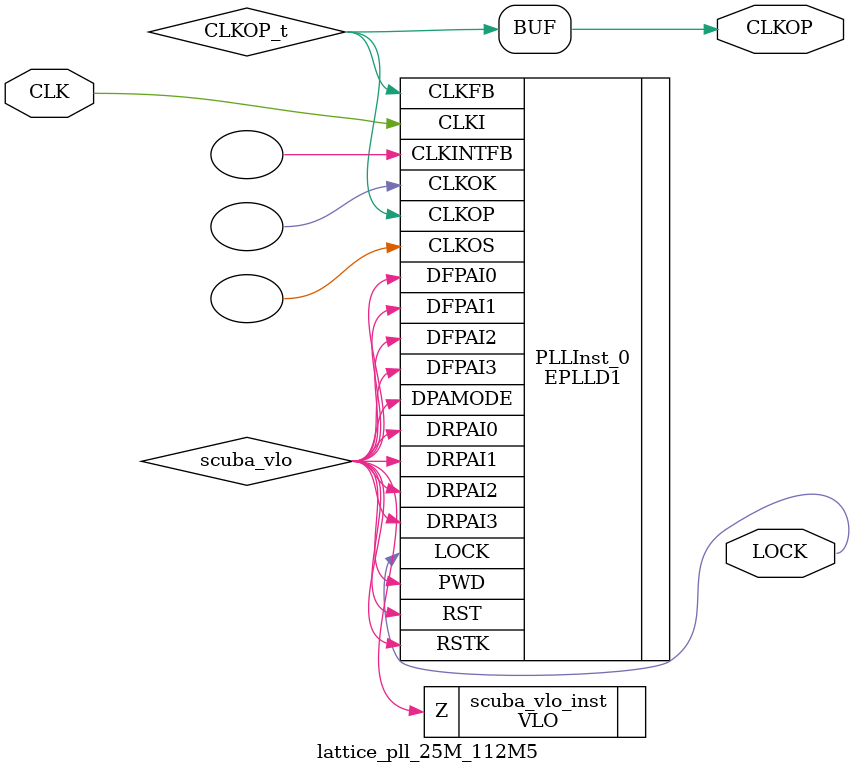
<source format=v>
/* Verilog netlist generated by SCUBA Diamond_3.1_Production (93) */
/* Module Version: 5.5 */
/* /usr/local/diamond/3.1_x64/ispfpga/bin/lin64/scuba -w -n clock112M5Hz -lang verilog -synth synplify -arch mg5a00 -type pll -fin 25 -phase_cntl STATIC -fclkop 112.5 -fclkop_tol 0.0 -fb_mode CLOCKTREE -noclkos -noclkok -norst -noclkok2  */
/* Mon Jul  7 22:12:53 2014 */


`timescale 1 ns / 1 ps
module lattice_pll_25M_112M5 (CLK, CLKOP, LOCK)/* synthesis syn_noprune=1 *//* synthesis NGD_DRC_MASK=1 */;// exemplar attribute clock112M5Hz dont_touch true 
    input wire CLK;
    output wire CLKOP;
    output wire LOCK;

    wire CLKOP_t;
    wire scuba_vlo;

    VLO scuba_vlo_inst (.Z(scuba_vlo));

    // synopsys translate_off
    defparam PLLInst_0.CLKOK_BYPASS = "DISABLED" ;
    defparam PLLInst_0.CLKOS_BYPASS = "DISABLED" ;
    defparam PLLInst_0.CLKOP_BYPASS = "DISABLED" ;
    defparam PLLInst_0.PHASE_CNTL = "STATIC" ;
    defparam PLLInst_0.DUTY = 8 ;
    defparam PLLInst_0.PHASEADJ = "0.0" ;
    defparam PLLInst_0.CLKOK_DIV = 2 ;
    defparam PLLInst_0.CLKOP_DIV = 4 ;
    defparam PLLInst_0.CLKFB_DIV = 9 ;
    defparam PLLInst_0.CLKI_DIV = 2 ;
    // synopsys translate_on
    EPLLD1 PLLInst_0 (.CLKI(CLK), .CLKFB(CLKOP_t), .RST(scuba_vlo), .RSTK(scuba_vlo), 
        .DPAMODE(scuba_vlo), .DRPAI3(scuba_vlo), .DRPAI2(scuba_vlo), .DRPAI1(scuba_vlo), 
        .DRPAI0(scuba_vlo), .DFPAI3(scuba_vlo), .DFPAI2(scuba_vlo), .DFPAI1(scuba_vlo), 
        .DFPAI0(scuba_vlo), .PWD(scuba_vlo), .CLKOP(CLKOP_t), .CLKOS(), 
        .CLKOK(), .LOCK(LOCK), .CLKINTFB())
             /* synthesis CLKOK_BYPASS="DISABLED" */
             /* synthesis CLKOS_BYPASS="DISABLED" */
             /* synthesis FREQUENCY_PIN_CLKOP="112.500000" */
             /* synthesis CLKOP_BYPASS="DISABLED" */
             /* synthesis PHASE_CNTL="STATIC" */
             /* synthesis DUTY="8" */
             /* synthesis PHASEADJ="0.0" */
             /* synthesis FREQUENCY_PIN_CLKI="25.000000" */
             /* synthesis CLKOK_DIV="2" */
             /* synthesis CLKOP_DIV="4" */
             /* synthesis CLKFB_DIV="9" */
             /* synthesis CLKI_DIV="2" */
             /* synthesis FIN="25.000000" */;

    assign CLKOP = CLKOP_t;


    // exemplar begin
    // exemplar attribute PLLInst_0 CLKOK_BYPASS DISABLED
    // exemplar attribute PLLInst_0 CLKOS_BYPASS DISABLED
    // exemplar attribute PLLInst_0 FREQUENCY_PIN_CLKOP 112.500000
    // exemplar attribute PLLInst_0 CLKOP_BYPASS DISABLED
    // exemplar attribute PLLInst_0 PHASE_CNTL STATIC
    // exemplar attribute PLLInst_0 DUTY 8
    // exemplar attribute PLLInst_0 PHASEADJ 0.0
    // exemplar attribute PLLInst_0 FREQUENCY_PIN_CLKI 25.000000
    // exemplar attribute PLLInst_0 CLKOK_DIV 2
    // exemplar attribute PLLInst_0 CLKOP_DIV 4
    // exemplar attribute PLLInst_0 CLKFB_DIV 9
    // exemplar attribute PLLInst_0 CLKI_DIV 2
    // exemplar attribute PLLInst_0 FIN 25.000000
    // exemplar end

endmodule

</source>
